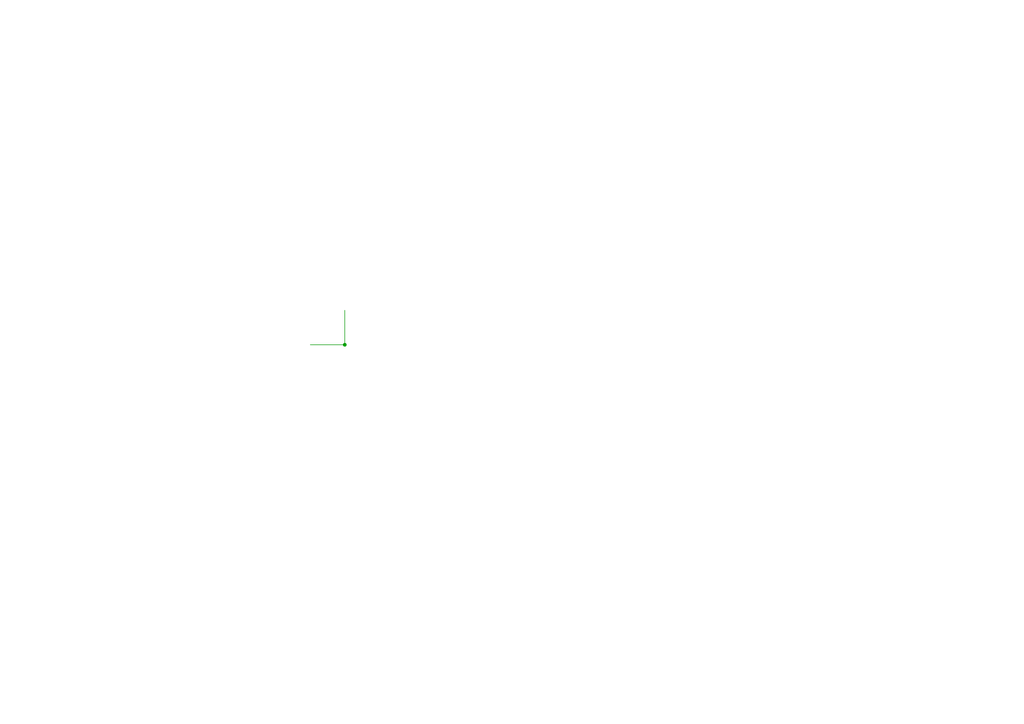
<source format=kicad_sch>
(kicad_sch
	(version 20250114)
	(generator "eeschema")
	(generator_version "9.0")
	(uuid "6868a487-26d4-457d-ba91-be052248a17a")
	(paper "A4")
	(title_block
		(title "Junction Reference")
	)
	(lib_symbols)
	(wire
		(pts
			(xy 90 100) (xy 110 100)
		)
		(stroke
			(width 0)
			(type default)
		)
		(uuid "02377aa7-ddf2-4991-8f1d-bd54a75e5462")
	)
	(wire
		(pts
			(xy 100 90) (xy 100 110)
		)
		(stroke
			(width 0)
			(type default)
		)
		(uuid "cca906e1-1900-4c08-9b5a-ad12c37c2c32")
	)
	(junction
		(at 100 100)
		(diameter 0)
		(color 0 0 0 0)
		(uuid "8297c160-579b-43b6-8257-c39da587ce36")
	)
	(sheet_instances
		(path "/"
			(page "1")
		)
	)
	(embedded_fonts no)
)

</source>
